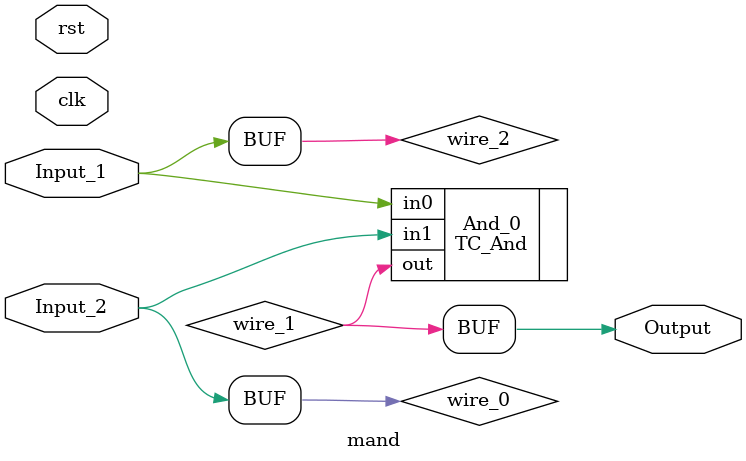
<source format=v>
module mand (clk, rst, Input_1, Input_2, Output);
  parameter UUID = 0;
  parameter NAME = "";
  input wire clk;
  input wire rst;

  input  wire [0:0] Input_1;
  input  wire [0:0] Input_2;
  output  wire [0:0] Output;

  TC_And # (.UUID(64'd314412038531232858 ^ UUID), .BIT_WIDTH(64'd1)) And_0 (.in0(wire_2), .in1(wire_0), .out(wire_1));
  TC_Constant # (.UUID(64'd3685043632808384014 ^ UUID), .BIT_WIDTH(64'd1), .value(1'd0)) Off_1 (.out());

  wire [0:0] wire_0;
  assign wire_0 = Input_2;
  wire [0:0] wire_1;
  assign Output = wire_1;
  wire [0:0] wire_2;
  assign wire_2 = Input_1;

endmodule

</source>
